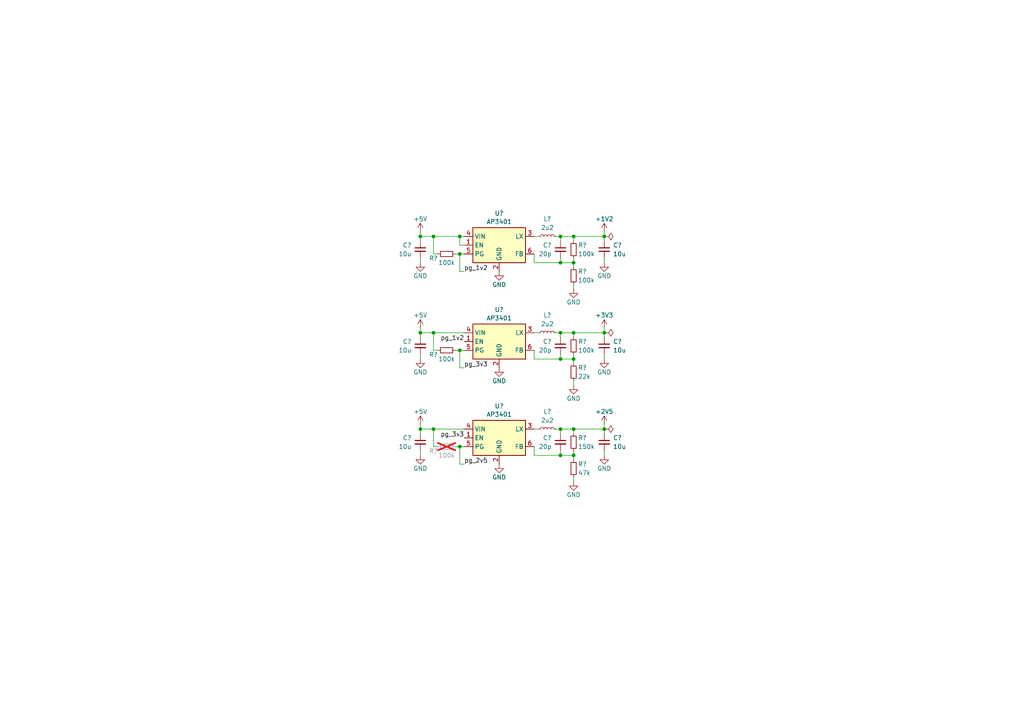
<source format=kicad_sch>
(kicad_sch (version 20230121) (generator eeschema)
  (paper "A4")
  (lib_symbols
    (symbol "Device:C_Small" (pin_numbers hide) (pin_names (offset 0.254) hide)
      (property "Reference" "C" (at 0.254 1.778 0))
      (property "Value" "C_Small" (at 0.254 -2.032 0))
      (symbol "C_Small_0_1"
        (polyline (pts (xy -1.524 -0.508) (xy 1.524 -0.508)) (stroke (width 0.3302)))
        (polyline (pts (xy -1.524 0.508) (xy 1.524 0.508)) (stroke (width 0.3048)))
      )
      (symbol "C_Small_1_1"
        (pin passive line (at 0 2.54 270) (length 2.032) (name "~") (number "1"))
        (pin passive line (at 0 -2.54 90) (length 2.032) (name "~") (number "2"))
      )
    )
    (symbol "Device:L_Small" (pin_numbers hide) (pin_names (offset 0.254) hide)
      (property "Reference" "L" (at 0.762 1.016 0))
      (property "Value" "L_Small" (at 0.762 -1.016 0))
      (symbol "L_Small_0_1"
        (arc (start 0 -2.032) (mid 0.5058 -1.524) (end 0 -1.016))
        (arc (start 0 -1.016) (mid 0.5058 -0.508) (end 0 0))
        (arc (start 0 0) (mid 0.5058 0.508) (end 0 1.016))
        (arc (start 0 1.016) (mid 0.5058 1.524) (end 0 2.032))
      )
      (symbol "L_Small_1_1"
        (pin passive line (at 0 2.54 270) (length 0.508) (name "~") (number "1"))
        (pin passive line (at 0 -2.54 90) (length 0.508) (name "~") (number "2"))
      )
    )
    (symbol "Device:R_Small" (pin_numbers hide) (pin_names (offset 0.254) hide)
      (property "Reference" "R" (at 0.762 0.508 0))
      (property "Value" "R_Small" (at 0.762 -1.016 0))
      (symbol "R_Small_0_1"
        (rectangle (start -0.762 1.778) (end 0.762 -1.778) (stroke (width 0.2032)))
      )
      (symbol "R_Small_1_1"
        (pin passive line (at 0 2.54 270) (length 0.762) (name "~") (number "1"))
        (pin passive line (at 0 -2.54 90) (length 0.762) (name "~") (number "2"))
      )
    )
    (symbol "Regulator_Switching:AP3402"
      (property "Reference" "U4" (at 0 9.2243 0))
      (property "Value" "AP3402" (at 0 6.8001 0))
      (symbol "AP3402_0_1"
        (rectangle (start -7.62 5.08) (end 7.62 -5.08) (stroke (width 0.254)) (fill (type background)))
      )
      (symbol "AP3402_1_1"
        (pin input line (at -10.16 0 0) (length 2.54) (name "EN") (number "1"))
        (pin power_in line (at 0 -7.62 90) (length 2.54) (name "GND") (number "2"))
        (pin power_out line (at 10.16 2.54 180) (length 2.54) (name "LX") (number "3"))
        (pin power_in line (at -10.16 2.54 0) (length 2.54) (name "VIN") (number "4"))
        (pin input line (at -10.16 -2.54 0) (length 2.54) (name "PG") (number "5"))
        (pin input line (at 10.16 -2.54 180) (length 2.54) (name "FB") (number "6"))
      )
    )
    (symbol "power:+1V2" (power) (pin_names (offset 0))
      (property "Value" "+1V2" (at 0 3.556 0))
      (symbol "+1V2_0_1"
        (polyline (pts (xy -0.762 1.27) (xy 0 2.54)))
        (polyline (pts (xy 0 0) (xy 0 2.54)))
        (polyline (pts (xy 0 2.54) (xy 0.762 1.27)))
      )
      (symbol "+1V2_1_1"
        (pin power_in line (at 0 0 90) (length 0) hide (name "+1V2") (number "1"))
      )
    )
    (symbol "power:+2V5" (power) (pin_names (offset 0))
      (property "Value" "+2V5" (at 0 3.556 0))
      (symbol "+2V5_0_1"
        (polyline (pts (xy -0.762 1.27) (xy 0 2.54)))
        (polyline (pts (xy 0 0) (xy 0 2.54)))
        (polyline (pts (xy 0 2.54) (xy 0.762 1.27)))
      )
      (symbol "+2V5_1_1"
        (pin power_in line (at 0 0 90) (length 0) hide (name "+2V5") (number "1"))
      )
    )
    (symbol "power:+3V3" (power) (pin_names (offset 0))
      (property "Value" "+3V3" (at 0 3.556 0))
      (symbol "+3V3_0_1"
        (polyline (pts (xy -0.762 1.27) (xy 0 2.54)))
        (polyline (pts (xy 0 0) (xy 0 2.54)))
        (polyline (pts (xy 0 2.54) (xy 0.762 1.27)))
      )
      (symbol "+3V3_1_1"
        (pin power_in line (at 0 0 90) (length 0) hide (name "+3V3") (number "1"))
      )
    )
    (symbol "power:+5V" (power) (pin_names (offset 0))
      (property "Value" "+5V" (at 0 3.556 0))
      (symbol "+5V_0_1"
        (polyline (pts (xy -0.762 1.27) (xy 0 2.54)))
        (polyline (pts (xy 0 0) (xy 0 2.54)))
        (polyline (pts (xy 0 2.54) (xy 0.762 1.27)))
      )
      (symbol "+5V_1_1"
        (pin power_in line (at 0 0 90) (length 0) hide (name "+5V") (number "1"))
      )
    )
    (symbol "power:GND" (power) (pin_names (offset 0))
      (property "Value" "GND" (at 0 -3.81 0))
      (symbol "GND_0_1"
        (polyline (pts (xy 0 0) (xy 0 -1.27) (xy 1.27 -1.27) (xy 0 -2.54) (xy -1.27 -1.27) (xy 0 -1.27)))
      )
      (symbol "GND_1_1"
        (pin power_in line (at 0 0 270) (length 0) hide (name "GND") (number "1"))
      )
    )
    (symbol "power:PWR_FLAG" (power) (pin_numbers hide) (pin_names (offset 0) hide)
      (property "Value" "PWR_FLAG" (at 0 3.81 0))
      (symbol "PWR_FLAG_0_0"
        (pin power_out line (at 0 0 90) (length 0) (name "pwr") (number "1"))
      )
      (symbol "PWR_FLAG_0_1"
        (polyline (pts (xy 0 0) (xy 0 1.27) (xy -1.016 1.905) (xy 0 2.54) (xy 1.016 1.905) (xy 0 1.27)))
      )
    )
  )
  (junction (at 166.37 104.14))
  (junction (at 175.26 124.46))
  (junction (at 175.26 96.52))
  (junction (at 162.56 104.14))
  (junction (at 166.37 96.52))
  (junction (at 121.92 124.46))
  (junction (at 121.92 68.58))
  (junction (at 162.56 132.08))
  (junction (at 166.37 76.2))
  (junction (at 162.56 76.2))
  (junction (at 162.56 96.52))
  (junction (at 133.35 68.58))
  (junction (at 133.35 101.6))
  (junction (at 166.37 124.46))
  (junction (at 133.35 73.66))
  (junction (at 166.37 132.08))
  (junction (at 175.26 68.58))
  (junction (at 125.73 68.58))
  (junction (at 162.56 124.46))
  (junction (at 162.56 68.58))
  (junction (at 125.73 96.52))
  (junction (at 133.35 129.54))
  (junction (at 125.73 124.46))
  (junction (at 121.92 96.52))
  (junction (at 166.37 68.58))
  (wire (pts (xy 166.37 124.46) (xy 175.26 124.46)))
  (wire (pts (xy 132.08 73.66) (xy 133.35 73.66)))
  (wire (pts (xy 154.94 68.58) (xy 156.21 68.58)))
  (wire (pts (xy 166.37 105.41) (xy 166.37 104.14)))
  (wire (pts (xy 175.26 125.73) (xy 175.26 124.46)))
  (wire (pts (xy 166.37 110.49) (xy 166.37 111.76)))
  (wire (pts (xy 166.37 96.52) (xy 175.26 96.52)))
  (wire (pts (xy 125.73 96.52) (xy 134.62 96.52)))
  (wire (pts (xy 154.94 132.08) (xy 162.56 132.08)))
  (wire (pts (xy 166.37 74.93) (xy 166.37 76.2)))
  (wire (pts (xy 125.73 73.66) (xy 125.73 68.58)))
  (wire (pts (xy 162.56 68.58) (xy 162.56 69.85)))
  (wire (pts (xy 162.56 96.52) (xy 166.37 96.52)))
  (wire (pts (xy 134.62 71.12) (xy 133.35 71.12)))
  (wire (pts (xy 133.35 134.62) (xy 134.62 134.62)))
  (wire (pts (xy 121.92 67.31) (xy 121.92 68.58)))
  (wire (pts (xy 175.26 67.31) (xy 175.26 68.58)))
  (wire (pts (xy 162.56 124.46) (xy 166.37 124.46)))
  (wire (pts (xy 121.92 96.52) (xy 125.73 96.52)))
  (wire (pts (xy 166.37 69.85) (xy 166.37 68.58)))
  (wire (pts (xy 132.08 129.54) (xy 133.35 129.54)))
  (wire (pts (xy 133.35 73.66) (xy 134.62 73.66)))
  (wire (pts (xy 125.73 101.6) (xy 127 101.6)))
  (wire (pts (xy 154.94 129.54) (xy 154.94 132.08)))
  (wire (pts (xy 125.73 101.6) (xy 125.73 96.52)))
  (wire (pts (xy 154.94 124.46) (xy 156.21 124.46)))
  (wire (pts (xy 125.73 129.54) (xy 125.73 124.46)))
  (wire (pts (xy 162.56 68.58) (xy 166.37 68.58)))
  (wire (pts (xy 121.92 124.46) (xy 125.73 124.46)))
  (wire (pts (xy 121.92 69.85) (xy 121.92 68.58)))
  (wire (pts (xy 121.92 123.19) (xy 121.92 124.46)))
  (wire (pts (xy 133.35 73.66) (xy 133.35 78.74)))
  (wire (pts (xy 166.37 104.14) (xy 162.56 104.14)))
  (wire (pts (xy 166.37 82.55) (xy 166.37 83.82)))
  (wire (pts (xy 166.37 102.87) (xy 166.37 104.14)))
  (wire (pts (xy 133.35 129.54) (xy 134.62 129.54)))
  (wire (pts (xy 121.92 130.81) (xy 121.92 132.08)))
  (wire (pts (xy 154.94 104.14) (xy 162.56 104.14)))
  (wire (pts (xy 125.73 73.66) (xy 127 73.66)))
  (wire (pts (xy 166.37 77.47) (xy 166.37 76.2)))
  (wire (pts (xy 162.56 102.87) (xy 162.56 104.14)))
  (wire (pts (xy 175.26 130.81) (xy 175.26 132.08)))
  (wire (pts (xy 175.26 123.19) (xy 175.26 124.46)))
  (wire (pts (xy 133.35 101.6) (xy 133.35 106.68)))
  (wire (pts (xy 154.94 76.2) (xy 162.56 76.2)))
  (wire (pts (xy 166.37 125.73) (xy 166.37 124.46)))
  (wire (pts (xy 121.92 68.58) (xy 125.73 68.58)))
  (wire (pts (xy 121.92 97.79) (xy 121.92 96.52)))
  (wire (pts (xy 125.73 124.46) (xy 134.62 124.46)))
  (wire (pts (xy 175.26 74.93) (xy 175.26 76.2)))
  (wire (pts (xy 162.56 130.81) (xy 162.56 132.08)))
  (wire (pts (xy 154.94 96.52) (xy 156.21 96.52)))
  (wire (pts (xy 166.37 68.58) (xy 175.26 68.58)))
  (wire (pts (xy 161.29 124.46) (xy 162.56 124.46)))
  (wire (pts (xy 133.35 106.68) (xy 134.62 106.68)))
  (wire (pts (xy 133.35 129.54) (xy 133.35 134.62)))
  (wire (pts (xy 161.29 96.52) (xy 162.56 96.52)))
  (wire (pts (xy 166.37 138.43) (xy 166.37 139.7)))
  (wire (pts (xy 161.29 68.58) (xy 162.56 68.58)))
  (wire (pts (xy 166.37 132.08) (xy 162.56 132.08)))
  (wire (pts (xy 125.73 129.54) (xy 127 129.54)))
  (wire (pts (xy 162.56 124.46) (xy 162.56 125.73)))
  (wire (pts (xy 166.37 97.79) (xy 166.37 96.52)))
  (wire (pts (xy 175.26 69.85) (xy 175.26 68.58)))
  (wire (pts (xy 175.26 102.87) (xy 175.26 104.14)))
  (wire (pts (xy 166.37 76.2) (xy 162.56 76.2)))
  (wire (pts (xy 133.35 101.6) (xy 134.62 101.6)))
  (wire (pts (xy 132.08 101.6) (xy 133.35 101.6)))
  (wire (pts (xy 121.92 102.87) (xy 121.92 104.14)))
  (wire (pts (xy 175.26 97.79) (xy 175.26 96.52)))
  (wire (pts (xy 166.37 133.35) (xy 166.37 132.08)))
  (wire (pts (xy 154.94 101.6) (xy 154.94 104.14)))
  (wire (pts (xy 133.35 78.74) (xy 134.62 78.74)))
  (wire (pts (xy 154.94 73.66) (xy 154.94 76.2)))
  (wire (pts (xy 162.56 74.93) (xy 162.56 76.2)))
  (wire (pts (xy 121.92 74.93) (xy 121.92 76.2)))
  (wire (pts (xy 162.56 96.52) (xy 162.56 97.79)))
  (wire (pts (xy 133.35 71.12) (xy 133.35 68.58)))
  (wire (pts (xy 121.92 95.25) (xy 121.92 96.52)))
  (wire (pts (xy 166.37 130.81) (xy 166.37 132.08)))
  (wire (pts (xy 175.26 95.25) (xy 175.26 96.52)))
  (wire (pts (xy 125.73 68.58) (xy 133.35 68.58)))
  (wire (pts (xy 133.35 68.58) (xy 134.62 68.58)))
  (wire (pts (xy 121.92 125.73) (xy 121.92 124.46)))
  (label "pg_1v2" (at 134.62 78.74 0))
  (label "pg_3v3" (at 134.62 127 180))
  (label "pg_3v3" (at 134.62 106.68 0))
  (label "pg_1v2" (at 134.62 99.06 180))
  (label "pg_2v5" (at 134.62 134.62 0))
  (symbol (lib_id "power:GND") (at 144.78 134.62 0) (unit 1)
    (property "Reference" "#PWR?" (effects hide))
    (property "Value" "GND" (at 144.78 138.43 0))
    (instances (project "rvice_adc" (path "" (reference "#PWR?") (unit 1)) (path "" (reference "#PWR028") (unit 1))))
  )
  (symbol (lib_id "Regulator_Switching:AP3402") (at 144.78 127 0) (unit 1)
    (property "Reference" "U?" (at 144.78 117.7757 0))
    (property "Value" "AP3401" (at 144.78 120.1999 0))
    (property "Footprint" "Package_TO_SOT_SMD:TSOT-23-6" (effects hide))
    (property "Datasheet" "https://www.diodes.com/assets/Datasheets/AP3402.pdf" (effects hide))
    (instances (project "rvice_adc" (path "" (reference "U?") (unit 1)) (path "" (reference "U3") (unit 1))))
  )
  (symbol (lib_id "power:PWR_FLAG") (at 175.26 124.46 270) (unit 1)
    (property "Reference" "#FLG01" (effects hide))
    (property "Value" "PWR_FLAG" (effects hide))
    (instances (project "rvice_adc" (path "" (reference "#FLG01") (unit 1)) (path "" (reference "#FLG04") (unit 1))))
  )
  (symbol (lib_id "power:+3V3") (at 175.26 95.25 0) (unit 1)
    (property "Reference" "#PWR?" (effects hide))
    (property "Value" "+3V3" (at 175.26 91.44 0))
    (instances (project "rvice_adc" (path "" (reference "#PWR?") (unit 1)) (path "" (reference "#PWR034") (unit 1))))
  )
  (symbol (lib_id "Device:R_Small") (at 166.37 80.01 0) (unit 1)
    (property "Reference" "R?" (at 167.64 78.74 0) (effects (justify left)))
    (property "Value" "100k" (at 167.64 81.28 0) (effects (justify left)))
    (property "Footprint" "Resistor_SMD:R_0402_1005Metric" (effects hide))
    (instances (project "rvice_adc" (path "" (reference "R?") (unit 1)) (path "" (reference "R21") (unit 1))))
  )
  (symbol (lib_id "power:GND") (at 166.37 139.7 0) (unit 1)
    (property "Reference" "#PWR?" (effects hide))
    (property "Value" "GND" (at 166.37 143.51 0))
    (instances (project "rvice_adc" (path "" (reference "#PWR?") (unit 1)) (path "" (reference "#PWR031") (unit 1))))
  )
  (symbol (lib_id "power:GND") (at 121.92 76.2 0) (unit 1)
    (property "Reference" "#PWR?" (effects hide))
    (property "Value" "GND" (at 121.92 80.01 0))
    (instances (project "rvice_adc" (path "" (reference "#PWR?") (unit 1)) (path "" (reference "#PWR021") (unit 1))))
  )
  (symbol (lib_id "power:PWR_FLAG") (at 175.26 68.58 270) (unit 1)
    (property "Reference" "#FLG01" (effects hide))
    (property "Value" "PWR_FLAG" (effects hide))
    (instances (project "rvice_adc" (path "" (reference "#FLG01") (unit 1)) (path "" (reference "#FLG02") (unit 1))))
  )
  (symbol (lib_id "power:GND") (at 144.78 78.74 0) (unit 1)
    (property "Reference" "#PWR?" (effects hide))
    (property "Value" "GND" (at 144.78 82.55 0))
    (instances (project "rvice_adc" (path "" (reference "#PWR?") (unit 1)) (path "" (reference "#PWR026") (unit 1))))
  )
  (symbol (lib_id "Device:R_Small") (at 166.37 128.27 0) (unit 1)
    (property "Reference" "R?" (at 167.64 127 0) (effects (justify left)))
    (property "Value" "150k" (at 167.64 129.54 0) (effects (justify left)))
    (property "Footprint" "Resistor_SMD:R_0402_1005Metric" (effects hide))
    (instances (project "rvice_adc" (path "" (reference "R?") (unit 1)) (path "" (reference "R24") (unit 1))))
  )
  (symbol (lib_id "Device:C_Small") (at 175.26 100.33 0) (unit 1)
    (property "Reference" "C?" (at 177.8 99.06 0) (effects (justify left)))
    (property "Value" "10u" (at 177.8 101.6 0) (effects (justify left)))
    (property "Footprint" "Capacitor_SMD:C_0603_1608Metric" (effects hide))
    (instances (project "rvice_adc" (path "" (reference "C?") (unit 1)) (path "" (reference "C16") (unit 1))))
  )
  (symbol (lib_id "Device:R_Small") (at 166.37 72.39 0) (unit 1)
    (property "Reference" "R?" (at 167.64 71.12 0) (effects (justify left)))
    (property "Value" "100k" (at 167.64 73.66 0) (effects (justify left)))
    (property "Footprint" "Resistor_SMD:R_0402_1005Metric" (effects hide))
    (instances (project "rvice_adc" (path "" (reference "R?") (unit 1)) (path "" (reference "R20") (unit 1))))
  )
  (symbol (lib_id "power:GND") (at 166.37 83.82 0) (unit 1)
    (property "Reference" "#PWR?" (effects hide))
    (property "Value" "GND" (at 166.37 87.63 0))
    (instances (project "rvice_adc" (path "" (reference "#PWR?") (unit 1)) (path "" (reference "#PWR029") (unit 1))))
  )
  (symbol (lib_id "power:+2V5") (at 175.26 123.19 0) (unit 1)
    (property "Reference" "#PWR?" (effects hide))
    (property "Value" "+2V5" (at 175.26 119.38 0))
    (instances (project "rvice_adc" (path "" (reference "#PWR?") (unit 1)) (path "" (reference "#PWR036") (unit 1))))
  )
  (symbol (lib_id "power:PWR_FLAG") (at 175.26 96.52 270) (unit 1)
    (property "Reference" "#FLG01" (effects hide))
    (property "Value" "PWR_FLAG" (effects hide))
    (instances (project "rvice_adc" (path "" (reference "#FLG01") (unit 1)) (path "" (reference "#FLG03") (unit 1))))
  )
  (symbol (lib_id "Device:R_Small") (at 166.37 135.89 0) (unit 1)
    (property "Reference" "R?" (at 167.64 134.62 0) (effects (justify left)))
    (property "Value" "47k" (at 167.64 137.16 0) (effects (justify left)))
    (property "Footprint" "Resistor_SMD:R_0402_1005Metric" (effects hide))
    (instances (project "rvice_adc" (path "" (reference "R?") (unit 1)) (path "" (reference "R25") (unit 1))))
  )
  (symbol (lib_id "Device:R_Small") (at 166.37 107.95 0) (unit 1)
    (property "Reference" "R?" (at 167.64 106.68 0) (effects (justify left)))
    (property "Value" "22k" (at 167.64 109.22 0) (effects (justify left)))
    (property "Footprint" "Resistor_SMD:R_0402_1005Metric" (effects hide))
    (instances (project "rvice_adc" (path "" (reference "R?") (unit 1)) (path "" (reference "R23") (unit 1))))
  )
  (symbol (lib_id "Device:R_Small") (at 129.54 101.6 90) (unit 1)
    (property "Reference" "R?" (at 127 102.87 90) (effects (justify left)))
    (property "Value" "100k" (at 129.54 104.14 90))
    (property "Footprint" "Resistor_SMD:R_0402_1005Metric" (effects hide))
    (instances (project "rvice_adc" (path "" (reference "R?") (unit 1)) (path "" (reference "R18") (unit 1))))
  )
  (symbol (lib_id "power:+5V") (at 121.92 123.19 0) (unit 1)
    (property "Reference" "#PWR?" (effects hide))
    (property "Value" "+5V" (at 121.92 119.38 0))
    (instances (project "rvice_adc" (path "" (reference "#PWR?") (unit 1)) (path "" (reference "#PWR024") (unit 1))))
  )
  (symbol (lib_id "Device:C_Small") (at 175.26 128.27 0) (unit 1)
    (property "Reference" "C?" (at 177.8 127 0) (effects (justify left)))
    (property "Value" "10u" (at 177.8 129.54 0) (effects (justify left)))
    (property "Footprint" "Capacitor_SMD:C_0603_1608Metric" (effects hide))
    (instances (project "rvice_adc" (path "" (reference "C?") (unit 1)) (path "" (reference "C17") (unit 1))))
  )
  (symbol (lib_id "power:GND") (at 166.37 111.76 0) (unit 1)
    (property "Reference" "#PWR?" (effects hide))
    (property "Value" "GND" (at 166.37 115.57 0))
    (instances (project "rvice_adc" (path "" (reference "#PWR?") (unit 1)) (path "" (reference "#PWR030") (unit 1))))
  )
  (symbol (lib_id "power:GND") (at 175.26 132.08 0) (unit 1)
    (property "Reference" "#PWR?" (effects hide))
    (property "Value" "GND" (at 175.26 135.89 0))
    (instances (project "rvice_adc" (path "" (reference "#PWR?") (unit 1)) (path "" (reference "#PWR037") (unit 1))))
  )
  (symbol (lib_id "Device:C_Small") (at 121.92 72.39 0) (mirror y) (unit 1)
    (property "Reference" "C?" (at 119.38 71.12 0) (effects (justify left)))
    (property "Value" "10u" (at 119.38 73.66 0) (effects (justify left)))
    (property "Footprint" "Capacitor_SMD:C_0603_1608Metric" (effects hide))
    (instances (project "rvice_adc" (path "" (reference "C?") (unit 1)) (path "" (reference "C9") (unit 1))))
  )
  (symbol (lib_id "power:GND") (at 175.26 104.14 0) (unit 1)
    (property "Reference" "#PWR?" (effects hide))
    (property "Value" "GND" (at 175.26 107.95 0))
    (instances (project "rvice_adc" (path "" (reference "#PWR?") (unit 1)) (path "" (reference "#PWR035") (unit 1))))
  )
  (symbol (lib_id "Device:R_Small") (at 129.54 129.54 90) (unit 1) (dnp yes)
    (property "Reference" "R?" (at 127 130.81 90) (effects (justify left)))
    (property "Value" "100k" (at 129.54 132.08 90))
    (property "Footprint" "Resistor_SMD:R_0402_1005Metric" (effects hide))
    (instances (project "rvice_adc" (path "" (reference "R?") (unit 1)) (path "" (reference "R19") (unit 1))))
  )
  (symbol (lib_id "Device:C_Small") (at 121.92 128.27 0) (mirror y) (unit 1)
    (property "Reference" "C?" (at 119.38 127 0) (effects (justify left)))
    (property "Value" "10u" (at 119.38 129.54 0) (effects (justify left)))
    (property "Footprint" "Capacitor_SMD:C_0603_1608Metric" (effects hide))
    (instances (project "rvice_adc" (path "" (reference "C?") (unit 1)) (path "" (reference "C11") (unit 1))))
  )
  (symbol (lib_id "Device:R_Small") (at 129.54 73.66 90) (unit 1)
    (property "Reference" "R?" (at 127 74.93 90) (effects (justify left)))
    (property "Value" "100k" (at 129.54 76.2 90))
    (property "Footprint" "Resistor_SMD:R_0402_1005Metric" (effects hide))
    (instances (project "rvice_adc" (path "" (reference "R?") (unit 1)) (path "" (reference "R17") (unit 1))))
  )
  (symbol (lib_id "power:GND") (at 121.92 104.14 0) (unit 1)
    (property "Reference" "#PWR?" (effects hide))
    (property "Value" "GND" (at 121.92 107.95 0))
    (instances (project "rvice_adc" (path "" (reference "#PWR?") (unit 1)) (path "" (reference "#PWR023") (unit 1))))
  )
  (symbol (lib_id "Device:C_Small") (at 121.92 100.33 0) (mirror y) (unit 1)
    (property "Reference" "C?" (at 119.38 99.06 0) (effects (justify left)))
    (property "Value" "10u" (at 119.38 101.6 0) (effects (justify left)))
    (property "Footprint" "Capacitor_SMD:C_0603_1608Metric" (effects hide))
    (instances (project "rvice_adc" (path "" (reference "C?") (unit 1)) (path "" (reference "C10") (unit 1))))
  )
  (symbol (lib_id "Regulator_Switching:AP3402") (at 144.78 99.06 0) (unit 1)
    (property "Reference" "U?" (at 144.78 89.8357 0))
    (property "Value" "AP3401" (at 144.78 92.2599 0))
    (property "Footprint" "Package_TO_SOT_SMD:TSOT-23-6" (effects hide))
    (property "Datasheet" "https://www.diodes.com/assets/Datasheets/AP3402.pdf" (effects hide))
    (instances (project "rvice_adc" (path "" (reference "U?") (unit 1)) (path "" (reference "U2") (unit 1))))
  )
  (symbol (lib_id "Device:C_Small") (at 162.56 72.39 0) (mirror y) (unit 1)
    (property "Reference" "C?" (at 160.02 71.12 0) (effects (justify left)))
    (property "Value" "20p" (at 160.02 73.66 0) (effects (justify left)))
    (property "Footprint" "Capacitor_SMD:C_0402_1005Metric" (effects hide))
    (instances (project "rvice_adc" (path "" (reference "C?") (unit 1)) (path "" (reference "C12") (unit 1))))
  )
  (symbol (lib_id "Device:C_Small") (at 175.26 72.39 0) (unit 1)
    (property "Reference" "C?" (at 177.8 71.12 0) (effects (justify left)))
    (property "Value" "10u" (at 177.8 73.66 0) (effects (justify left)))
    (property "Footprint" "Capacitor_SMD:C_0603_1608Metric" (effects hide))
    (instances (project "rvice_adc" (path "" (reference "C?") (unit 1)) (path "" (reference "C15") (unit 1))))
  )
  (symbol (lib_id "Device:L_Small") (at 158.75 68.58 90) (unit 1)
    (property "Reference" "L?" (at 158.75 63.5 90))
    (property "Value" "2u2" (at 158.75 66.04 90))
    (property "Footprint" "Inductor_SMD:L_Walsin_WLFM201609x" (effects hide))
    (instances (project "rvice_adc" (path "" (reference "L?") (unit 1)) (path "" (reference "L1") (unit 1))))
  )
  (symbol (lib_id "Device:L_Small") (at 158.75 124.46 90) (unit 1)
    (property "Reference" "L?" (at 158.75 119.38 90))
    (property "Value" "2u2" (at 158.75 121.92 90))
    (property "Footprint" "Inductor_SMD:L_Walsin_WLFM201609x" (effects hide))
    (instances (project "rvice_adc" (path "" (reference "L?") (unit 1)) (path "" (reference "L3") (unit 1))))
  )
  (symbol (lib_id "Regulator_Switching:AP3402") (at 144.78 71.12 0) (unit 1)
    (property "Reference" "U?" (at 144.78 61.8957 0))
    (property "Value" "AP3401" (at 144.78 64.3199 0))
    (property "Footprint" "Package_TO_SOT_SMD:TSOT-23-6" (effects hide))
    (property "Datasheet" "https://www.diodes.com/assets/Datasheets/AP3402.pdf" (effects hide))
    (instances (project "rvice_adc" (path "" (reference "U?") (unit 1)) (path "" (reference "U1") (unit 1))))
  )
  (symbol (lib_id "Device:C_Small") (at 162.56 100.33 0) (mirror y) (unit 1)
    (property "Reference" "C?" (at 160.02 99.06 0) (effects (justify left)))
    (property "Value" "20p" (at 160.02 101.6 0) (effects (justify left)))
    (property "Footprint" "Capacitor_SMD:C_0402_1005Metric" (effects hide))
    (instances (project "rvice_adc" (path "" (reference "C?") (unit 1)) (path "" (reference "C13") (unit 1))))
  )
  (symbol (lib_id "Device:C_Small") (at 162.56 128.27 0) (mirror y) (unit 1)
    (property "Reference" "C?" (at 160.02 127 0) (effects (justify left)))
    (property "Value" "20p" (at 160.02 129.54 0) (effects (justify left)))
    (property "Footprint" "Capacitor_SMD:C_0402_1005Metric" (effects hide))
    (instances (project "rvice_adc" (path "" (reference "C?") (unit 1)) (path "" (reference "C14") (unit 1))))
  )
  (symbol (lib_id "power:GND") (at 121.92 132.08 0) (unit 1)
    (property "Reference" "#PWR?" (effects hide))
    (property "Value" "GND" (at 121.92 135.89 0))
    (instances (project "rvice_adc" (path "" (reference "#PWR?") (unit 1)) (path "" (reference "#PWR025") (unit 1))))
  )
  (symbol (lib_id "power:+1V2") (at 175.26 67.31 0) (unit 1)
    (property "Reference" "#PWR?" (effects hide))
    (property "Value" "+1V2" (at 175.26 63.5 0))
    (instances (project "rvice_adc" (path "" (reference "#PWR?") (unit 1)) (path "" (reference "#PWR032") (unit 1))))
  )
  (symbol (lib_id "power:GND") (at 175.26 76.2 0) (unit 1)
    (property "Reference" "#PWR?" (effects hide))
    (property "Value" "GND" (at 175.26 80.01 0))
    (instances (project "rvice_adc" (path "" (reference "#PWR?") (unit 1)) (path "" (reference "#PWR033") (unit 1))))
  )
  (symbol (lib_id "power:+5V") (at 121.92 67.31 0) (unit 1)
    (property "Reference" "#PWR?" (effects hide))
    (property "Value" "+5V" (at 121.92 63.5 0))
    (instances (project "rvice_adc" (path "" (reference "#PWR?") (unit 1)) (path "" (reference "#PWR020") (unit 1))))
  )
  (symbol (lib_id "power:GND") (at 144.78 106.68 0) (unit 1)
    (property "Reference" "#PWR?" (effects hide))
    (property "Value" "GND" (at 144.78 110.49 0))
    (instances (project "rvice_adc" (path "" (reference "#PWR?") (unit 1)) (path "" (reference "#PWR027") (unit 1))))
  )
  (symbol (lib_id "power:+5V") (at 121.92 95.25 0) (unit 1)
    (property "Reference" "#PWR?" (effects hide))
    (property "Value" "+5V" (at 121.92 91.44 0))
    (instances (project "rvice_adc" (path "" (reference "#PWR?") (unit 1)) (path "" (reference "#PWR022") (unit 1))))
  )
  (symbol (lib_id "Device:R_Small") (at 166.37 100.33 0) (unit 1)
    (property "Reference" "R?" (at 167.64 99.06 0) (effects (justify left)))
    (property "Value" "100k" (at 167.64 101.6 0) (effects (justify left)))
    (property "Footprint" "Resistor_SMD:R_0402_1005Metric" (effects hide))
    (instances (project "rvice_adc" (path "" (reference "R?") (unit 1)) (path "" (reference "R22") (unit 1))))
  )
  (symbol (lib_id "Device:L_Small") (at 158.75 96.52 90) (unit 1)
    (property "Reference" "L?" (at 158.75 91.44 90))
    (property "Value" "2u2" (at 158.75 93.98 90))
    (property "Footprint" "Inductor_SMD:L_Walsin_WLFM201609x" (effects hide))
    (instances (project "rvice_adc" (path "" (reference "L?") (unit 1)) (path "" (reference "L2") (unit 1))))
  )
)
</source>
